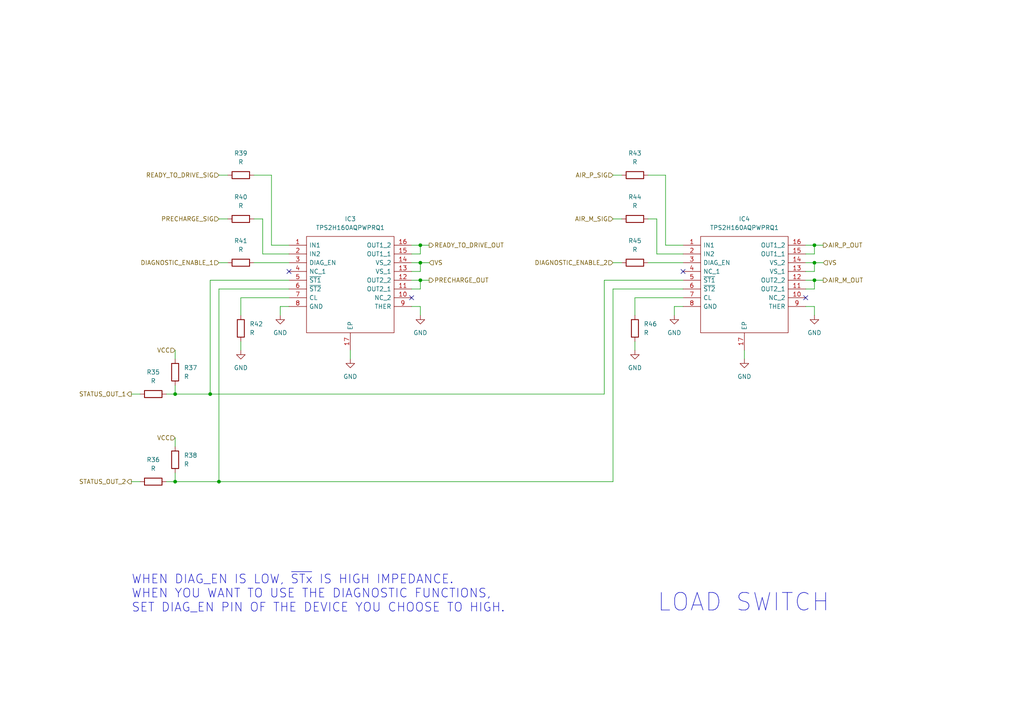
<source format=kicad_sch>
(kicad_sch (version 20230121) (generator eeschema)
  (paper "A4")
  (lib_symbols
    (symbol "Device:R" (pin_numbers hide) (pin_names (offset 0))
      (property "Reference" "R" (at 2.032 0 90))
      (property "Value" "R" (at 0 0 90))
      (symbol "R_0_1"
        (rectangle (start -1.016 -2.54) (end 1.016 2.54) (stroke (width 0.254)))
      )
      (symbol "R_1_1"
        (pin passive line (at 0 3.81 270) (length 1.27) (name "~") (number "1"))
        (pin passive line (at 0 -3.81 90) (length 1.27) (name "~") (number "2"))
      )
    )
    (symbol "SamacSys_Parts:TPS2H160AQPWPRQ1" (pin_names (offset 0.762))
      (property "Reference" "IC" (at 31.75 7.62 0))
      (property "Value" "TPS2H160AQPWPRQ1" (at 31.75 5.08 0))
      (symbol "TPS2H160AQPWPRQ1_0_0"
        (pin passive line (at 0 0 0) (length 5.08) (name "IN1") (number "1"))
        (pin passive line (at 35.56 -15.24 180) (length 5.08) (name "NC_2") (number "10"))
        (pin passive line (at 35.56 -12.7 180) (length 5.08) (name "OUT2_1") (number "11"))
        (pin passive line (at 35.56 -10.16 180) (length 5.08) (name "OUT2_2") (number "12"))
        (pin passive line (at 35.56 -7.62 180) (length 5.08) (name "VS_1") (number "13"))
        (pin passive line (at 35.56 -5.08 180) (length 5.08) (name "VS_2") (number "14"))
        (pin passive line (at 35.56 -2.54 180) (length 5.08) (name "OUT1_1") (number "15"))
        (pin passive line (at 35.56 0 180) (length 5.08) (name "OUT1_2") (number "16"))
        (pin passive line (at 17.78 -30.48 90) (length 5.08) (name "EP") (number "17"))
        (pin passive line (at 0 -2.54 0) (length 5.08) (name "IN2") (number "2"))
        (pin passive line (at 0 -5.08 0) (length 5.08) (name "DIAG_EN") (number "3"))
        (pin passive line (at 0 -7.62 0) (length 5.08) (name "NC_1") (number "4"))
        (pin passive line (at 0 -10.16 0) (length 5.08) (name "~{ST1}") (number "5"))
        (pin passive line (at 0 -12.7 0) (length 5.08) (name "~{ST2}") (number "6"))
        (pin passive line (at 0 -15.24 0) (length 5.08) (name "CL") (number "7"))
        (pin passive line (at 0 -17.78 0) (length 5.08) (name "GND") (number "8"))
        (pin passive line (at 35.56 -17.78 180) (length 5.08) (name "THER") (number "9"))
      )
      (symbol "TPS2H160AQPWPRQ1_0_1"
        (polyline (pts (xy 5.08 2.54) (xy 30.48 2.54) (xy 30.48 -25.4) (xy 5.08 -25.4) (xy 5.08 2.54)) (stroke (width 0.1524)))
      )
    )
    (symbol "power:GND" (power) (pin_names (offset 0))
      (property "Value" "GND" (at 0 -3.81 0))
      (symbol "GND_0_1"
        (polyline (pts (xy 0 0) (xy 0 -1.27) (xy 1.27 -1.27) (xy 0 -2.54) (xy -1.27 -1.27) (xy 0 -1.27)))
      )
      (symbol "GND_1_1"
        (pin power_in line (at 0 0 270) (length 0) hide (name "GND") (number "1"))
      )
    )
  )
  (junction (at 236.22 76.2))
  (junction (at 60.96 114.3))
  (junction (at 121.92 71.12))
  (junction (at 236.22 81.28))
  (junction (at 121.92 81.28))
  (junction (at 50.8 139.7))
  (junction (at 236.22 71.12))
  (junction (at 63.5 139.7))
  (junction (at 50.8 114.3))
  (junction (at 121.92 76.2))
  (no_connect (at 119.38 86.36))
  (no_connect (at 233.68 86.36))
  (no_connect (at 83.82 78.74))
  (no_connect (at 198.12 78.74))
  (wire (pts (xy 236.22 88.9) (xy 236.22 91.44)))
  (wire (pts (xy 187.96 63.5) (xy 190.5 63.5)))
  (wire (pts (xy 236.22 73.66) (xy 233.68 73.66)))
  (wire (pts (xy 69.85 99.06) (xy 69.85 101.6)))
  (wire (pts (xy 193.04 50.8) (xy 187.96 50.8)))
  (wire (pts (xy 175.26 114.3) (xy 60.96 114.3)))
  (wire (pts (xy 195.58 91.44) (xy 195.58 88.9)))
  (wire (pts (xy 121.92 71.12) (xy 119.38 71.12)))
  (wire (pts (xy 121.92 71.12) (xy 124.46 71.12)))
  (wire (pts (xy 101.6 101.6) (xy 101.6 104.14)))
  (wire (pts (xy 236.22 81.28) (xy 238.76 81.28)))
  (wire (pts (xy 233.68 76.2) (xy 236.22 76.2)))
  (wire (pts (xy 236.22 81.28) (xy 236.22 83.82)))
  (wire (pts (xy 38.1 139.7) (xy 40.64 139.7)))
  (wire (pts (xy 121.92 76.2) (xy 121.92 78.74)))
  (wire (pts (xy 69.85 91.44) (xy 69.85 86.36)))
  (wire (pts (xy 177.8 139.7) (xy 63.5 139.7)))
  (wire (pts (xy 60.96 114.3) (xy 60.96 81.28)))
  (wire (pts (xy 198.12 71.12) (xy 193.04 71.12)))
  (wire (pts (xy 177.8 83.82) (xy 177.8 139.7)))
  (wire (pts (xy 184.15 99.06) (xy 184.15 101.6)))
  (wire (pts (xy 50.8 101.6) (xy 50.8 104.14)))
  (wire (pts (xy 236.22 83.82) (xy 233.68 83.82)))
  (wire (pts (xy 119.38 73.66) (xy 121.92 73.66)))
  (wire (pts (xy 236.22 76.2) (xy 238.76 76.2)))
  (wire (pts (xy 175.26 81.28) (xy 175.26 114.3)))
  (wire (pts (xy 50.8 127) (xy 50.8 129.54)))
  (wire (pts (xy 215.9 101.6) (xy 215.9 104.14)))
  (wire (pts (xy 233.68 71.12) (xy 236.22 71.12)))
  (wire (pts (xy 177.8 76.2) (xy 180.34 76.2)))
  (wire (pts (xy 119.38 88.9) (xy 121.92 88.9)))
  (wire (pts (xy 48.26 114.3) (xy 50.8 114.3)))
  (wire (pts (xy 121.92 83.82) (xy 119.38 83.82)))
  (wire (pts (xy 50.8 137.16) (xy 50.8 139.7)))
  (wire (pts (xy 198.12 83.82) (xy 177.8 83.82)))
  (wire (pts (xy 184.15 86.36) (xy 198.12 86.36)))
  (wire (pts (xy 121.92 88.9) (xy 121.92 91.44)))
  (wire (pts (xy 236.22 76.2) (xy 236.22 78.74)))
  (wire (pts (xy 121.92 81.28) (xy 121.92 83.82)))
  (wire (pts (xy 69.85 86.36) (xy 83.82 86.36)))
  (wire (pts (xy 177.8 50.8) (xy 180.34 50.8)))
  (wire (pts (xy 121.92 81.28) (xy 124.46 81.28)))
  (wire (pts (xy 187.96 76.2) (xy 198.12 76.2)))
  (wire (pts (xy 63.5 83.82) (xy 83.82 83.82)))
  (wire (pts (xy 73.66 63.5) (xy 76.2 63.5)))
  (wire (pts (xy 48.26 139.7) (xy 50.8 139.7)))
  (wire (pts (xy 63.5 139.7) (xy 63.5 83.82)))
  (wire (pts (xy 50.8 139.7) (xy 63.5 139.7)))
  (wire (pts (xy 121.92 73.66) (xy 121.92 71.12)))
  (wire (pts (xy 121.92 78.74) (xy 119.38 78.74)))
  (wire (pts (xy 63.5 50.8) (xy 66.04 50.8)))
  (wire (pts (xy 83.82 88.9) (xy 81.28 88.9)))
  (wire (pts (xy 78.74 50.8) (xy 78.74 71.12)))
  (wire (pts (xy 60.96 81.28) (xy 83.82 81.28)))
  (wire (pts (xy 50.8 111.76) (xy 50.8 114.3)))
  (wire (pts (xy 73.66 76.2) (xy 83.82 76.2)))
  (wire (pts (xy 121.92 76.2) (xy 124.46 76.2)))
  (wire (pts (xy 198.12 81.28) (xy 175.26 81.28)))
  (wire (pts (xy 78.74 71.12) (xy 83.82 71.12)))
  (wire (pts (xy 76.2 73.66) (xy 83.82 73.66)))
  (wire (pts (xy 190.5 63.5) (xy 190.5 73.66)))
  (wire (pts (xy 177.8 63.5) (xy 180.34 63.5)))
  (wire (pts (xy 190.5 73.66) (xy 198.12 73.66)))
  (wire (pts (xy 119.38 76.2) (xy 121.92 76.2)))
  (wire (pts (xy 195.58 88.9) (xy 198.12 88.9)))
  (wire (pts (xy 63.5 76.2) (xy 66.04 76.2)))
  (wire (pts (xy 233.68 88.9) (xy 236.22 88.9)))
  (wire (pts (xy 233.68 78.74) (xy 236.22 78.74)))
  (wire (pts (xy 119.38 81.28) (xy 121.92 81.28)))
  (wire (pts (xy 63.5 63.5) (xy 66.04 63.5)))
  (wire (pts (xy 233.68 81.28) (xy 236.22 81.28)))
  (wire (pts (xy 81.28 88.9) (xy 81.28 91.44)))
  (wire (pts (xy 73.66 50.8) (xy 78.74 50.8)))
  (wire (pts (xy 236.22 71.12) (xy 238.76 71.12)))
  (wire (pts (xy 76.2 63.5) (xy 76.2 73.66)))
  (wire (pts (xy 50.8 114.3) (xy 60.96 114.3)))
  (wire (pts (xy 236.22 71.12) (xy 236.22 73.66)))
  (wire (pts (xy 184.15 91.44) (xy 184.15 86.36)))
  (wire (pts (xy 193.04 71.12) (xy 193.04 50.8)))
  (wire (pts (xy 38.1 114.3) (xy 40.64 114.3)))
  (text "LOAD SWITCH" (at 190.5 177.8 0) (effects (font (size 5.08 5.08)) (justify left bottom)))
  (text "WHEN DIAG_EN IS LOW, ~{STx} IS HIGH IMPEDANCE.\nWHEN YOU WANT TO USE THE DIAGNOSTIC FUNCTIONS,\nSET DIAG_EN PIN OF THE DEVICE YOU CHOOSE TO HIGH." (at 38.1 177.8 0) (effects (font (size 2.54 2.54)) (justify left bottom)))
  (hierarchical_label "PRECHARGE_OUT" (shape output) (at 124.46 81.28 0))
  (hierarchical_label "VS" (shape input) (at 124.46 76.2 0))
  (hierarchical_label "READY_TO_DRIVE_SIG" (shape input) (at 63.5 50.8 180))
  (hierarchical_label "AIR_P_OUT" (shape output) (at 238.76 71.12 0))
  (hierarchical_label "AIR_P_SIG" (shape input) (at 177.8 50.8 180))
  (hierarchical_label "VCC" (shape input) (at 50.8 101.6 180))
  (hierarchical_label "AIR_M_OUT" (shape output) (at 238.76 81.28 0))
  (hierarchical_label "STATUS_OUT_1" (shape output) (at 38.1 114.3 180))
  (hierarchical_label "PRECHARGE_SIG" (shape input) (at 63.5 63.5 180))
  (hierarchical_label "VS" (shape input) (at 238.76 76.2 0))
  (hierarchical_label "DIAGNOSTIC_ENABLE_1" (shape input) (at 63.5 76.2 180))
  (hierarchical_label "DIAGNOSTIC_ENABLE_2" (shape input) (at 177.8 76.2 180))
  (hierarchical_label "VCC" (shape input) (at 50.8 127 180))
  (hierarchical_label "READY_TO_DRIVE_OUT" (shape output) (at 124.46 71.12 0))
  (hierarchical_label "STATUS_OUT_2" (shape output) (at 38.1 139.7 180))
  (hierarchical_label "AIR_M_SIG" (shape input) (at 177.8 63.5 180))
  (symbol (lib_id "power:GND") (at 81.28 91.44 0) (unit 1)
    (property "Reference" "#PWR083" (effects hide))
    (property "Value" "GND" (at 81.28 96.52 0))
  )
  (symbol (lib_id "Device:R") (at 184.15 76.2 90) (unit 1)
    (property "Reference" "R45" (at 184.15 69.85 90))
    (property "Value" "R" (at 184.15 72.39 90))
  )
  (symbol (lib_id "power:GND") (at 69.85 101.6 0) (unit 1)
    (property "Reference" "#PWR082" (effects hide))
    (property "Value" "GND" (at 69.85 106.68 0))
  )
  (symbol (lib_id "power:GND") (at 236.22 91.44 0) (unit 1)
    (property "Reference" "#PWR089" (effects hide))
    (property "Value" "GND" (at 236.22 96.52 0))
  )
  (symbol (lib_id "power:GND") (at 215.9 104.14 0) (unit 1)
    (property "Reference" "#PWR088" (effects hide))
    (property "Value" "GND" (at 215.9 109.22 0))
  )
  (symbol (lib_id "Device:R") (at 184.15 95.25 0) (unit 1)
    (property "Reference" "R46" (at 186.69 93.98 0) (effects (justify left)))
    (property "Value" "R" (at 186.69 96.52 0) (effects (justify left)))
  )
  (symbol (lib_id "Device:R") (at 50.8 107.95 0) (unit 1)
    (property "Reference" "R37" (at 53.34 106.68 0) (effects (justify left)))
    (property "Value" "R" (at 53.34 109.22 0) (effects (justify left)))
  )
  (symbol (lib_id "Device:R") (at 69.85 50.8 90) (unit 1)
    (property "Reference" "R39" (at 69.85 44.45 90))
    (property "Value" "R" (at 69.85 46.99 90))
  )
  (symbol (lib_id "Device:R") (at 69.85 95.25 0) (unit 1)
    (property "Reference" "R42" (at 72.39 93.98 0) (effects (justify left)))
    (property "Value" "R" (at 72.39 96.52 0) (effects (justify left)))
  )
  (symbol (lib_id "Device:R") (at 69.85 76.2 90) (unit 1)
    (property "Reference" "R41" (at 69.85 69.85 90))
    (property "Value" "R" (at 69.85 72.39 90))
  )
  (symbol (lib_id "power:GND") (at 121.92 91.44 0) (unit 1)
    (property "Reference" "#PWR085" (effects hide))
    (property "Value" "GND" (at 121.92 96.52 0))
  )
  (symbol (lib_id "Device:R") (at 184.15 63.5 90) (unit 1)
    (property "Reference" "R44" (at 184.15 57.15 90))
    (property "Value" "R" (at 184.15 59.69 90))
  )
  (symbol (lib_id "SamacSys_Parts:TPS2H160AQPWPRQ1") (at 83.82 71.12 0) (unit 1)
    (property "Reference" "IC3" (at 101.6 63.5 0))
    (property "Value" "TPS2H160AQPWPRQ1" (at 101.6 66.04 0))
    (property "Footprint" "SOP65P640X120-17N" (effects hide))
    (property "Datasheet" "http://www.ti.com/lit/gpn/tps2h160-q1" (effects hide))
    (property "Description" "40-V, 160-m&Omega; dual-channel smart high-side switch" (effects hide))
    (property "Height" "1.2" (effects hide))
    (property "Manufacturer_Name" "Texas Instruments" (effects hide))
    (property "Manufacturer_Part_Number" "TPS2H160AQPWPRQ1" (effects hide))
    (property "Mouser Part Number" "595-TPS2H160AQPWPRQ1" (effects hide))
    (property "Mouser Price/Stock" "https://www.mouser.co.uk/ProductDetail/Texas-Instruments/TPS2H160AQPWPRQ1?qs=l4JqiU1WKg1aD71vW3Hk9w%3D%3D" (effects hide))
    (property "Arrow Part Number" "TPS2H160AQPWPRQ1" (effects hide))
    (property "Arrow Price/Stock" "https://www.arrow.com/en/products/tps2h160aqpwprq1/texas-instruments" (effects hide))
  )
  (symbol (lib_id "power:GND") (at 195.58 91.44 0) (unit 1)
    (property "Reference" "#PWR087" (effects hide))
    (property "Value" "GND" (at 195.58 96.52 0))
  )
  (symbol (lib_id "power:GND") (at 184.15 101.6 0) (unit 1)
    (property "Reference" "#PWR086" (effects hide))
    (property "Value" "GND" (at 184.15 106.68 0))
  )
  (symbol (lib_id "Device:R") (at 50.8 133.35 0) (unit 1)
    (property "Reference" "R38" (at 53.34 132.08 0) (effects (justify left)))
    (property "Value" "R" (at 53.34 134.62 0) (effects (justify left)))
  )
  (symbol (lib_id "power:GND") (at 101.6 104.14 0) (unit 1)
    (property "Reference" "#PWR084" (effects hide))
    (property "Value" "GND" (at 101.6 109.22 0))
  )
  (symbol (lib_id "Device:R") (at 184.15 50.8 90) (unit 1)
    (property "Reference" "R43" (at 184.15 44.45 90))
    (property "Value" "R" (at 184.15 46.99 90))
  )
  (symbol (lib_id "Device:R") (at 44.45 114.3 270) (unit 1)
    (property "Reference" "R35" (at 44.45 107.95 90))
    (property "Value" "R" (at 44.45 110.49 90))
  )
  (symbol (lib_id "Device:R") (at 69.85 63.5 90) (unit 1)
    (property "Reference" "R40" (at 69.85 57.15 90))
    (property "Value" "R" (at 69.85 59.69 90))
  )
  (symbol (lib_id "Device:R") (at 44.45 139.7 90) (unit 1)
    (property "Reference" "R36" (at 44.45 133.35 90))
    (property "Value" "R" (at 44.45 135.89 90))
  )
  (symbol (lib_id "SamacSys_Parts:TPS2H160AQPWPRQ1") (at 198.12 71.12 0) (unit 1)
    (property "Reference" "IC4" (at 215.9 63.5 0))
    (property "Value" "TPS2H160AQPWPRQ1" (at 215.9 66.04 0))
    (property "Footprint" "SOP65P640X120-17N" (effects hide))
    (property "Datasheet" "http://www.ti.com/lit/gpn/tps2h160-q1" (effects hide))
    (property "Description" "40-V, 160-m&Omega; dual-channel smart high-side switch" (effects hide))
    (property "Height" "1.2" (effects hide))
    (property "Manufacturer_Name" "Texas Instruments" (effects hide))
    (property "Manufacturer_Part_Number" "TPS2H160AQPWPRQ1" (effects hide))
    (property "Mouser Part Number" "595-TPS2H160AQPWPRQ1" (effects hide))
    (property "Mouser Price/Stock" "https://www.mouser.co.uk/ProductDetail/Texas-Instruments/TPS2H160AQPWPRQ1?qs=l4JqiU1WKg1aD71vW3Hk9w%3D%3D" (effects hide))
    (property "Arrow Part Number" "TPS2H160AQPWPRQ1" (effects hide))
    (property "Arrow Price/Stock" "https://www.arrow.com/en/products/tps2h160aqpwprq1/texas-instruments" (effects hide))
  )
)
</source>
